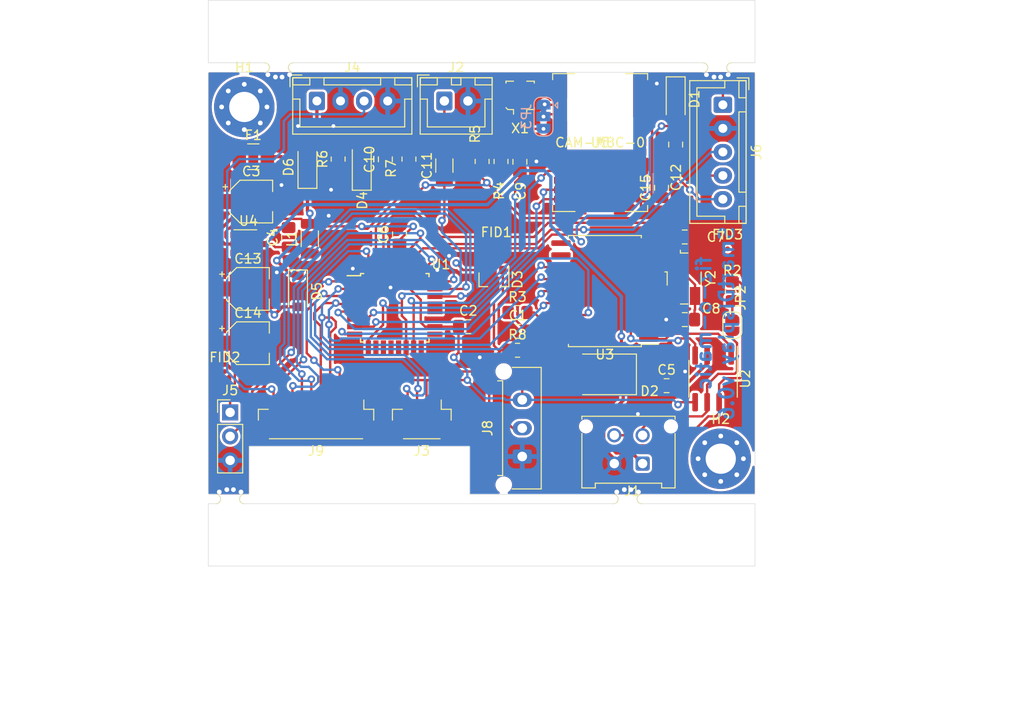
<source format=kicad_pcb>
(kicad_pcb (version 20221018) (generator pcbnew)
  (layers (0 "F.Cu" signal) (31 "B.Cu" signal) (34 "B.Paste" user) (35 "F.Paste" user) (36 "B.SilkS" user "B.Silkscreen") (37 "F.SilkS" user "F.Silkscreen") (38 "B.Mask" user) (39 "F.Mask" user) (44 "Edge.Cuts" user))
  (net 0 "")
  (net 1 "GND")
  (net 2 "Net-(U4-EN)")
  (net 3 "Net-(U4-SW)")
  (net 4 "SCK")
  (net 5 "MOSI")
  (net 6 "MISO")
  (net 7 "+5V")
  (net 8 "RESET")
  (net 9 "TXD")
  (net 10 "RXD")
  (net 11 "SCL")
  (net 12 "SDA")
  (net 13 "A3")
  (net 14 "A2")
  (net 15 "A1")
  (net 16 "A0")
  (net 17 "Net-(U4-BST)")
  (net 18 "Net-(U3-OSC1)")
  (net 19 "Net-(U3-OSC2)")
  (net 20 "KEY")
  (net 21 "+12V")
  (net 22 "Net-(J6-Pin_5)")
  (net 23 "Net-(D5-K)")
  (net 26 "INSTR.BEL")
  (net 27 "Net-(J2-Pin_1)")
  (net 28 "D22")
  (net 29 "D23")
  (net 30 "Net-(JP2-Pad1)")
  (net 31 "CANH")
  (net 32 "CANL")
  (net 33 "D24")
  (net 34 "D25")
  (net 35 "1WIRE")
  (net 36 "INT_CAN")
  (net 37 "SS")
  (net 38 "UPDI")
  (net 39 "Net-(U5-RF_OUT)")
  (net 40 "+3V3")
  (net 41 "Net-(U5-RF_IN)")
  (net 42 "Net-(X1-SIGNAL)")
  (net 43 "GPS_RXD")
  (net 44 "GPS_TXD")
  (net 45 "GPS_RESET")
  (net 46 "Net-(U3-~{RESET})")
  (net 47 "AREF")
  (net 50 "Net-(U2-TXD)")
  (net 51 "Net-(U2-RXD)")
  (net 67 "A4")
  (footprint "Capacitor_SMD:C_0805_2012Metric_Pad1.18x1.45mm_HandSolder" (layer "F.Cu") (at 119.29 43.5725 90)
    (fp_text reference "C12")
    (fp_text value "100n")
  )
  (footprint "Resistor_SMD:R_0805_2012Metric_Pad1.20x1.40mm_HandSolder" (layer "F.Cu") (at 102.54 65.36)
    (fp_text reference "R8")
    (fp_text value "4,7k")
  )
  (footprint "MountingHole:MountingHole_3.2mm_M3_Pad_Via" (layer "F.Cu") (at 73.6 39.589)
    (fp_text reference "H1")
    (fp_text value "MountingHole_Pad")
  )
  (footprint "Resistor_SMD:R_0805_2012Metric_Pad1.20x1.40mm_HandSolder" (layer "F.Cu") (at 102.54 61.36)
    (fp_text reference "R3")
    (fp_text value "10k")
  )
  (footprint "Capacitor_SMD:C_0805_2012Metric_Pad1.18x1.45mm_HandSolder" (layer "F.Cu") (at 88.54 45.135 90)
    (fp_text reference "C10")
    (fp_text value "100n")
  )
  (footprint "Capacitor_SMD:C_0805_2012Metric_Pad1.18x1.45mm_HandSolder" (layer "F.Cu") (at 90.04 53.0725 90)
    (fp_text reference "C6")
    (fp_text value "100n")
  )
  (footprint "Resistor_SMD:R_0805_2012Metric_Pad1.20x1.40mm_HandSolder" (layer "F.Cu") (at 98.79 45.36 -90)
    (fp_text reference "R5")
    (fp_text value "1k")
  )
  (footprint "Resistor_SMD:R_0805_2012Metric_Pad1.20x1.40mm_HandSolder" (layer "F.Cu") (at 83.54 45.11 90)
    (fp_text reference "R6")
    (fp_text value "15k")
  )
  (footprint "Diode_SMD:D_MiniMELF" (layer "F.Cu") (at 86.04 45.86 90)
    (fp_text reference "D4")
    (fp_text value "BZV55-C12")
  )
  (footprint "Diode_SMD:D_SMB" (layer "F.Cu") (at 111.582 67.91 180)
    (fp_text reference "D2")
    (fp_text value "SMBJ5.0CA")
  )
  (footprint "Crystal:Crystal_SMD_EuroQuartz_MJ-4Pin_5.0x3.2mm" (layer "F.Cu") (at 120.19 57.76 -90)
    (fp_text reference "Y2")
    (fp_text value "16MHz")
  )
  (footprint "Capacitor_SMD:C_0805_2012Metric_Pad1.18x1.45mm_HandSolder" (layer "F.Cu") (at 120.2525 62.11 180)
    (fp_text reference "C8")
    (fp_text value "22p")
  )
  (footprint "Jumper:SolderJumper-2_P1.3mm_Open_RoundedPad1.0x1.5mm" (layer "F.Cu") (at 125.29 62.71 -90)
    (fp_text reference "JP2")
    (fp_text value "Jumper_NC_Small")
  )
  (footprint "Capacitor_SMD:C_0805_2012Metric_Pad1.18x1.45mm_HandSolder" (layer "F.Cu") (at 118.3275 69.11)
    (fp_text reference "C5")
    (fp_text value "100n")
  )
  (footprint "Package_SO:SOIC-8_3.9x4.9mm_P1.27mm" (layer "F.Cu") (at 123.257 68.385 -90)
    (fp_text reference "U2")
    (fp_text value "MCP2562-E-SN")
  )
  (footprint "MountingHole:MountingHole_3.2mm_M3_Pad_Via" (layer "F.Cu") (at 124.065056 76.846056)
    (fp_text reference "H2")
    (fp_text value "MountingHole_Pad")
  )
  (footprint "Resistor_SMD:R_0805_2012Metric_Pad1.20x1.40mm_HandSolder" (layer "F.Cu") (at 125.29 59.11 90)
    (fp_text reference "R2")
    (fp_text value "120")
  )
  (footprint "Capacitor_SMD:C_0805_2012Metric_Pad1.18x1.45mm_HandSolder" (layer "F.Cu") (at 102.5775 63.36)
    (fp_text reference "C1")
    (fp_text value "100n")
  )
  (footprint "Connector_JST:JST_XH_B2B-XH-A_1x02_P2.50mm_Vertical" (layer "F.Cu") (at 94.79 38.954)
    (fp_text reference "J2")
    (fp_text value "KEY")
  )
  (footprint "Package_QFP:TQFP-32_7x7mm_P0.8mm" (layer "F.Cu") (at 89.54 60.86)
    (fp_text reference "U1")
    (fp_text value "ATmega4808-A")
  )
  (footprint "Capacitor_SMD:C_0805_2012Metric_Pad1.18x1.45mm_HandSolder" (layer "F.Cu") (at 97.3275 62.86)
    (fp_text reference "C2")
    (fp_text value "100n")
  )
  (footprint "Package_SO:SOIC-18W_7.5x11.6mm_P1.27mm" (layer "F.Cu") (at 111.79 59.09 180)
    (fp_text reference "U3")
    (fp_text value "MCP2515-xSO")
  )
  (footprint "Resistor_SMD:R_0805_2012Metric_Pad1.20x1.40mm_HandSolder" (layer "F.Cu") (at 91.04 45.11 90)
    (fp_text reference "R7")
    (fp_text value "4,7k")
  )
  (footprint "Fuse:Fuse_1210_3225Metric_Pad1.42x2.65mm_HandSolder" (layer "F.Cu") (at 74.5525 44.86)
    (fp_text reference "F1")
    (fp_text value "Polyfuse")
  )
  (footprint "Resistor_SMD:R_0805_2012Metric_Pad1.20x1.40mm_HandSolder" (layer "F.Cu") (at 100.79 45.36 -90)
    (fp_text reference "R4")
    (fp_text value "10k")
  )
  (footprint "Fiducial:Fiducial_0.5mm_Mask1mm" (layer "F.Cu") (at 71.54 67.61)
    (fp_text reference "FID2")
    (fp_text value "Fiducial")
  )
  (footprint "Fiducial:Fiducial_0.5mm_Mask1mm" (layer "F.Cu") (at 124.79 54.61)
    (fp_text reference "FID3")
    (fp_text value "Fiducial")
  )
  (footprint "Capacitor_SMD:CP_Elec_4x3.9" (layer "F.Cu") (at 74.34 49.61)
    (fp_text reference "C3")
    (fp_text value "22u")
  )
  (footprint "Capacitor_SMD:C_0805_2012Metric_Pad1.18x1.45mm_HandSolder" (layer "F.Cu") (at 78.29 53.3975 90)
    (fp_text reference "C4")
    (fp_text value "100n")
  )
  (footprint "Capacitor_SMD:CP_Elec_4x3.9" (layer "F.Cu") (at 73.99 58.86)
    (fp_text reference "C13")
    (fp_text value "22u")
  )
  (footprint "Capacitor_SMD:CP_Elec_4x3.9" (layer "F.Cu") (at 73.99 64.61)
    (fp_text reference "C14")
    (fp_text value "22u")
  )
  (footprint "Connector_JST:JST_XH_B5B-XH-A_1x05_P2.50mm_Vertical" (layer "F.Cu") (at 124.29 39.36 -90)
    (fp_text reference "J6")
    (fp_text value "PROG/SERIAL")
  )
  (footprint "Inductor_SMD:L_1206_3216Metric" (layer "F.Cu") (at 80.54 53.5475 90)
    (fp_text reference "L1")
    (fp_text value "4.7uH")
  )
  (footprint "Connector_Molex:Molex_Micro-Fit_3.0_43045-0412_2x02_P3.00mm_Vertical" (layer "F.Cu") (at 115.79 77.36 180)
    (fp_text reference "J1")
    (fp_text value "CAN")
  )
  (footprint "Connector_Molex:Molex_Micro-Fit_3.0_43650-0315_1x03_P3.00mm_Vertical" (layer "F.Cu") (at 103.04 76.61 90)
    (fp_text reference "J8")
    (fp_text value "Conn_01x03")
  )
  (footprint "Capacitor_SMD:C_0805_2012Metric_Pad1.18x1.45mm_HandSolder" (layer "F.Cu") (at 120.2525 53.36)
    (fp_text reference "C7")
    (fp_text value "22p")
  )
  (footprint "Connector_JST:JST_XH_B4B-XH-A_1x04_P2.50mm_Vertical" (layer "F.Cu") (at 81.29 38.954)
    (fp_text reference "J4")
    (fp_text value "PWR")
  )
  (footprint "Capacitor_SMD:C_1206_3216Metric_Pad1.33x1.80mm_HandSolder" (layer "F.Cu") (at 94.79 45.7975 90)
    (fp_text reference "C11")
    (fp_text value "1u")
  )
  (footprint "ublox_CAM_M8C:CAM-M8C-0" (layer "F.Cu") (at 111.29 43.36)
    (fp_text reference "U5")
    (fp_text value "CAM-M8C-0")
  )
  (footprint "Capacitor_SMD:C_0805_2012Metric_Pad1.18x1.45mm_HandSolder" (layer "F.Cu") (at 102.79 45.3975 90)
    (fp_text reference "C9")
    (fp_text value "100n")
  )
  (footprint "Package_TO_SOT_SMD:TSOT-23-6" (layer "F.Cu") (at 74.04 54.11)
    (fp_text reference "U4")
    (fp_text value "AP63203WU")
  )
  (footprint "Capacitor_SMD:C_0805_2012Metric_Pad1.18x1.45mm_HandSolder" (layer "F.Cu") (at 117.79 48.1475 90)
    (fp_text reference "C15")
    (fp_text value "100n")
  )
  (footprint "Connector_Coaxial:U.FL_Molex_MCRF_73412-0110_Vertical" (layer "F.Cu") (at 102.815 38.36)
    (fp_text reference "X1")
    (fp_text value "ANTENNA_U.FL")
  )
  (footprint "Fiducial:Fiducial_0.5mm_Mask1mm" (layer "F.Cu") (at 100.29 51.36 180)
    (fp_text reference "FID1")
    (fp_text value "Fiducial")
  )
  (footprint "Package_TO_SOT_SMD:SOT-23" (layer "F.Cu") (at 100.04 57.86 -90)
    (fp_text reference "D3")
    (fp_text value "SP0502BAHT")
  )
  (footprint "Diode_SMD:D_SOD-123" (layer "F.Cu") (at 79.29 59.11 -90)
    (fp_text reference "D5")
    (fp_text value "1N4148W")
  )
  (footprint "Diode_SMD:D_SOD-123" (layer "F.Cu") (at 80.29 45.96 90)
    (fp_text reference "D6")
    (fp_text value "1N4148W")
  )
  (footprint "fiz-o-matic:mouse-bite-1mm-slot" (layer "F.Cu") (at 72.1 81.12 180)
    (fp_text reference "mouse-bite-1mm-slot" hide)
    (fp_text value "VAL**" hide)
  )
  (footprint "Connector_JST:JST_SH_BM10B-SRSS-TB_1x10-1MP_P1.00mm_Vertical" (layer "F.Cu") (at 81.2 72.72 180)
    (fp_text reference "J9")
    (fp_text value "Conn_01x10_MountingPin")
  )
  (footprint "Connector_JST:JST_SH_BM04B-SRSS-TB_1x04-1MP_P1.00mm_Vertical" (layer "F.Cu") (at 92.4 72.72 180)
    (fp_text reference "J3")
    (fp_text value "Conn_01x04_MountingPin")
  )
  (footprint "Diode_SMD:D_SOD-123" (layer "F.Cu") (at 119.29 38.76 -90)
    (fp_text reference "D1")
    (fp_text value "1N4148W")
  )
  (footprint "fiz-o-matic:mouse-bite-1mm-slot" (layer "F.Cu") (at 77.25 35.42)
    (fp_text reference "mouse-bite-1mm-slot" hide)
    (fp_text value "VAL**" hide)
  )
  (footprint "Connector_PinHeader_2.54mm:PinHeader_1x03_P2.54mm_Vertical" (layer "F.Cu") (at 72.1 71.94)
    (fp_text reference "J5")
    (fp_text value "Conn_01x03")
  )
  (footprint "fiz-o-matic:mouse-bite-1mm-slot" (layer "F.Cu") (at 123.7 35.42)
    (fp_text reference "mouse-bite-1mm-slot" hide)
    (fp_text value "VAL**" hide)
  )
  (footprint "fiz-o-matic:mouse-bite-1mm-slot" (layer "F.Cu") (at 114.2 81.12 180)
    (fp_text reference "mouse-bite-1mm-slot" hide)
    (fp_text value "VAL**" hide)
  )
  (footprint "Jumper:SolderJumper-3_P1.3mm_Bridged12_RoundedPad1.0x1.5mm" (layer "B.Cu") (at 105.29 40.61 -90)
    (fp_text reference "JP3")
    (fp_text value "Jumper_NC_Dual")
  )
  (gr_line (start 97.476 80.61) (end 112.69 80.61) (stroke (width 0.05)) (layer "Edge.Cuts"))
  (gr_line (start 74.108 75.53) (end 97.476 75.53) (stroke (width 0.05)) (layer "Edge.Cuts"))
  (gr_line (start 127.69 80.61) (end 127.69 35.91) (stroke (width 0.05)) (layer "Edge.Cuts"))
  (gr_line (start 74.108 75.53) (end 74.108 80.61) (stroke (width 0.05)) (layer "Edge.Cuts"))
  (gr_line (start 69.79 80.61) (end 69.79 35.91) (stroke (width 0.05)) (layer "Edge.Cuts"))
  (gr_line (start 97.476 75.53) (end 97.476 80.61) (stroke (width 0.05)) (layer "Edge.Cuts"))
  (gr_arc (start 122.19 34.91) (mid 122.69 35.41) (end 122.19 35.91) (stroke (width 0.05)) (layer "Edge.Cuts"))
  (gr_line (start 73.59 80.61) (end 74.108 80.61) (stroke (width 0.05)) (layer "Edge.Cuts"))
  (gr_line (start 115.69 81.61) (end 127.69 81.61) (stroke (width 0.05)) (layer "Edge.Cuts"))
  (gr_line (start 75.79 34.91) (end 69.79 34.91) (stroke (width 0.05)) (layer "Edge.Cuts"))
  (gr_line (start 127.69 81.61) (end 127.69 88.21) (stroke (width 0.05)) (layer "Edge.Cuts"))
  (gr_arc (start 125.19 35.91) (mid 124.69 35.41) (end 125.19 34.91) (stroke (width 0.05)) (layer "Edge.Cuts"))
  (gr_line (start 125.19 34.91) (end 127.69 34.91) (stroke (width 0.05)) (layer "Edge.Cuts"))
  (gr_line (start 78.79 35.91) (end 122.19 35.91) (stroke (width 0.05)) (layer "Edge.Cuts"))
  (gr_line (start 127.69 88.21) (end 69.79 88.21) (stroke (width 0.05)) (layer "Edge.Cuts"))
  (gr_line (start 69.79 81.61) (end 69.79 88.21) (stroke (width 0.05)) (layer "Edge.Cuts"))
  (gr_line (start 125.19 35.91) (end 127.69 35.91) (stroke (width 0.05)) (layer "Edge.Cuts"))
  (gr_line (start 69.79 35.91) (end 75.79 35.91) (stroke (width 0.05)) (layer "Edge.Cuts"))
  (gr_arc (start 115.69 81.61) (mid 115.19 81.11) (end 115.69 80.61) (stroke (width 0.05)) (layer "Edge.Cuts"))
  (gr_arc (start 78.79 35.91) (mid 78.29 35.41) (end 78.79 34.91) (stroke (width 0.05)) (layer "Edge.Cuts"))
  (gr_line (start 69.79 28.31) (end 127.69 28.31) (stroke (width 0.05)) (layer "Edge.Cuts"))
  (gr_line (start 69.79 80.61) (end 70.59 80.61) (stroke (width 0.05)) (layer "Edge.Cuts"))
  (gr_line (start 127.69 34.91) (end 127.69 28.31) (stroke (width 0.05)) (layer "Edge.Cuts"))
  (gr_line (start 73.59 81.61) (end 112.69 81.61) (stroke (width 0.05)) (layer "Edge.Cuts"))
  (gr_arc (start 70.59 80.61) (mid 71.09 81.11) (end 70.59 81.61) (stroke (width 0.05)) (layer "Edge.Cuts"))
  (gr_arc (start 112.69 80.61) (mid 113.19 81.11) (end 112.69 81.61) (stroke (width 0.05)) (layer "Edge.Cuts"))
  (gr_arc (start 73.59 81.61) (mid 73.09 81.11) (end 73.59 80.61) (stroke (width 0.05)) (layer "Edge.Cuts"))
  (gr_arc (start 75.79 34.91) (mid 76.29 35.41) (end 75.79 35.91) (stroke (width 0.05)) (layer "Edge.Cuts"))
  (gr_line (start 70.59 81.61) (end 69.79 81.61) (stroke (width 0.05)) (layer "Edge.Cuts"))
  (gr_line (start 122.19 34.91) (end 78.79 34.91) (stroke (width 0.05)) (layer "Edge.Cuts"))
  (gr_line (start 69.79 34.91) (end 69.79 28.31) (stroke (width 0.05)) (layer "Edge.Cuts"))
  (gr_line (start 115.69 80.61) (end 127.69 80.61) (stroke (width 0.05)) (layer "Edge.Cuts"))
  (gr_text "fiz-o-matic\nSmartDisplay v0.6" (at 123.49 62.51 90) (layer "B.Cu") (effects (font (size 1.5 1.5) (thickness 0.3)) (justify mirror)))
  (via (at 77.04 57.11) (size 0.8) (drill 0.4) (layers "F.Cu" "B.Cu") (net 1))
  (via (at 85.09 56.71) (size 0.8) (drill 0.4) (layers "F.Cu" "B.Cu") (net 1))
  (via (at 95.29 55.36) (size 0.8) (drill 0.4) (layers "F.Cu" "B.Cu") (net 1))
  (via (at 83.04 41.61) (size 0.8) (drill 0.4) (layers "F.Cu" "B.Cu") (net 1))
  (via (at 120.29 67.61) (size 0.8) (drill 0.4) (layers "F.Cu" "B.Cu") (net 1))
  (via (at 118.29 62.11) (size 0.8) (drill 0.4) (layers "F.Cu" "B.Cu") (net 1))
  (via (at 104.54 45.36) (size 0.8) (drill 0.4) (layers "F.Cu" "B.Cu") (net 1))
  (via (at 103.04 47.86) (size 0.8) (drill 0.4) (layers "F.Cu" "B.Cu") (net 1))
  (via (at 94.04 56.86) (size 0.8) (drill 0.4) (layers "F.Cu" "B.Cu") (net 1))
  (via (at 117.29 37.11) (size 0.8) (drill 0.4) (layers "F.Cu" "B.Cu") (net 1))
  (via (at 82.54 51.11) (size 0.8) (drill 0.4) (layers "F.Cu" "B.Cu") (net 1))
  (via (at 77.54 47.86) (size 0.8) (drill 0.4) (layers "F.Cu" "B.Cu") (net 1))
  (via (at 82.79 48.36) (size 0.8) (drill 0.4) (layers "F.Cu" "B.Cu") (net 1))
  (via (at 79.29 41.61) (size 0.8) (drill 0.4) (layers "F.Cu" "B.Cu") (net 1))
  (via (at 115.29 72.11) (size 0.8) (drill 0.4) (layers "F.Cu" "B.Cu") (net 1))
  (via (at 98.54 66.11) (size 0.8) (drill 0.4) (layers "F.Cu" "B.Cu") (net 1))
  (via (at 89.09 58.71) (size 0.8) (drill 0.4) (layers "F.Cu" "B.Cu") (net 1))
  (segment (start 89.134 39.766) (end 89.134 38.954) (width 0.25) (layer "B.Cu") (net 1))
  (segment (start 72.54 51.11) (end 72.54 49.61) (width 0.35) (layer "F.Cu") (net 2))
  (segment (start 72.73 54.11) (end 72.73 55.06) (width 0.35) (layer "F.Cu") (net 2))
  (segment (start 71.54 54.11) (end 71.04 53.61) (width 0.35) (layer "F.Cu") (net 2))
  (segment (start 71.04 52.61) (end 72.54 51.11) (width 0.35) (layer "F.Cu") (net 2))
  (segment (start 73.065 46.835) (end 72.54 47.36) (width 0.35) (layer "F.Cu") (net 2))
  (segment (start 73.065 44.86) (end 73.065 46.835) (width 0.35) (layer "F.Cu") (net 2))
  (segment (start 71.04 53.61) (end 71.04 52.61) (width 0.35) (layer "F.Cu") (net 2))
  (segment (start 72.73 54.11) (end 71.54 54.11) (width 0.35) (layer "F.Cu") (net 2))
  (segment (start 72.54 47.36) (end 72.54 49.61) (width 0.35) (layer "F.Cu") (net 2))
  (segment (start 76.54 54.11) (end 76.865 54.435) (width 0.25) (layer "F.Cu") (net 3))
  (segment (start 79.365 54.435) (end 79.54 54.61) (width 0.25) (layer "F.Cu") (net 3))
  (segment (start 78.29 54.435) (end 79.365 54.435) (width 0.25) (layer "F.Cu") (net 3))
  (segment (start 75.35 54.11) (end 76.54 54.11) (width 0.25) (layer "F.Cu") (net 3))
  (segment (start 79.54 54.61) (end 80.54 54.61) (width 0.25) (layer "F.Cu") (net 3))
  (segment (start 76.865 54.435) (end 78.29 54.435) (width 0.25) (layer "F.Cu") (net 3))
  (segment (start 82.06 60.36) (end 83.29 60.36) (width 0.25) (layer "F.Cu") (net 4))
  (segment (start 81.7 71.395) (end 81.7 62.795305) (width 0.25) (layer "F.Cu") (net 4))
  (segment (start 81 62.095305) (end 81 61.42) (width 0.25) (layer "F.Cu") (net 4))
  (segment (start 83.39 60.46) (end 83.29 60.36) (width 0.25) (layer "F.Cu") (net 4))
  (segment (start 81 61.42) (end 82.06 60.36) (width 0.25) (layer "F.Cu") (net 4))
  (segment (start 81.7 62.795305) (end 81 62.095305) (width 0.25) (layer "F.Cu") (net 4))
  (segment (start 107.14 57.82) (end 105.25 57.82) (width 0.25) (layer "F.Cu") (net 4))
  (segment (start 85.29 60.46) (end 83.39 60.46) (width 0.25) (layer "F.Cu") (net 4))
  (segment (start 105.25 57.82) (end 105.04 57.61) (width 0.25) (layer "F.Cu") (net 4))
  (via (at 105.04 57.61) (size 0.8) (drill 0.4) (layers "F.Cu" "B.Cu") (net 4))
  (via (at 83.29 60.36) (size 0.8) (drill 0.4) (layers "F.Cu" "B.Cu") (net 4))
  (via (at 82.564999 62.634999) (size 0.8) (drill 0.4) (layers "F.Cu" "B.Cu") (net 4))
  (segment (start 82.941999 64.335001) (end 82.564999 63.958001) (width 0.25) (layer "B.Cu") (net 4))
  (segment (start 82.564999 62.835001) (end 82.564999 62.634999) (width 0.25) (layer "B.Cu") (net 4))
  (segment (start 83.863002 64.11) (end 83.638001 64.335001) (width 0.25) (layer "B.Cu") (net 4))
  (segment (start 105.04 57.61) (end 98.54 64.11) (width 0.25) (layer "B.Cu") (net 4))
  (segment (start 82.564999 63.958001) (end 82.564999 62.835001) (width 0.25) (layer "B.Cu") (net 4))
  (segment (start 82.564999 62.634999) (end 82.564999 61.085001) (width 0.25) (layer "B.Cu") (net 4))
  (segment (start 83.638001 64.335001) (end 82.941999 64.335001) (width 0.25) (layer "B.Cu") (net 4))
  (segment (start 98.54 64.11) (end 83.863002 64.11) (width 0.25) (layer "B.Cu") (net 4))
  (segment (start 82.564999 61.085001) (end 83.29 60.36) (width 0.25) (layer "B.Cu") (net 4))
  (segment (start 107.14 59.09) (end 105.31 59.09) (width 0.25) (layer "F.Cu") (net 5))
  (segment (start 105.31 59.09) (end 105.04 59.36) (width 0.25) (layer "F.Cu") (net 5))
  (segment (start 82.848769 61.893464) (end 81.823464 61.893464) (width 0.25) (layer "F.Cu") (net 5))
  (segment (start 82.7 71.395) (end 82.7 63.525303) (width 0.25) (layer "F.Cu") (net 5))
  (segment (start 83.289999 62.935304) (end 83.289999 62.334694) (width 0.25) (layer "F.Cu") (net 5))
  (segment (start 83.289999 62.334694) (end 82.848769 61.893464) (width 0.25) (layer "F.Cu") (net 5))
  (segment (start 83.54 58.86) (end 85.29 58.86) (width 0.25) (layer "F.Cu") (net 5))
  (segment (start 82.7 63.525303) (end 83.289999 62.935304) (width 0.25) (layer "F.Cu") (net 5))
  (via (at 81.823464 61.893464) (size 0.8) (drill 0.4) (layers "F.Cu" "B.Cu") (net 5))
  (via (at 105.04 59.36) (size 0.8) (drill 0.4) (layers "F.Cu" "B.Cu") (net 5))
  (via (at 83.54 58.86) (size 0.8) (drill 0.4) (layers "F.Cu" "B.Cu") (net 5))
  (segment (start 81.823464 61.893464) (end 81.823464 60.576536) (width 0.25) (layer "B.Cu") (net 5))
  (segment (start 81.823464 62.164085) (end 81.823464 63.852876) (width 0.25) (layer "B.Cu") (net 5))
  (segment (start 82.114989 60.285011) (end 83.54 58.86) (width 0.25) (layer "B.Cu") (net 5))
  (segment (start 81.823464 63.852876) (end 82.755599 64.785011) (width 0.25) (layer "B.Cu") (net 5))
  (segment (start 82.755599 64.785011) (end 99.614989 64.785011) (width 0.25) (layer "B.Cu") (net 5))
  (segment (start 81.823464 62.164085) (end 81.823464 61.893464) (width 0.25) (layer "B.Cu") (net 5))
  (segment (start 105.04 59.36) (end 99.614989 64.785011) (width 0.25) (layer "B.Cu") (net 5))
  (segment (start 81.823464 60.576536) (end 82.114989 60.285011) (width 0.25) (layer "B.Cu") (net 5))
  (segment (start 82.027347 59.347347) (end 82.29 59.61) (width 0.25) (layer "F.Cu") (net 6))
  (segment (start 83.5 67.42) (end 83.7 67.62) (width 0.25) (layer "F.Cu") (net 6))
  (segment (start 105.54 60.36) (end 105.29 60.61) (width 0.25) (layer "F.Cu") (net 6))
  (segment (start 82.29 59.61) (end 85.24 59.61) (width 0.25) (layer "F.Cu") (net 6))
  (segment (start 85.24 59.61) (end 85.29 59.66) (width 0.25) (layer "F.Cu") (net 6))
  (segment (start 80.215 65.6595) (end 80.9755 66.42) (width 0.25) (layer "F.Cu") (net 6))
  (segment (start 82.027347 59.347347) (end 80.215 61.159694) (width 0.25) (layer "F.Cu") (net 6))
  (segment (start 107.14 60.36) (end 105.54 60.36) (width 0.25) (layer "F.Cu") (net 6))
  (segment (start 80.215 61.159694) (end 80.215 65.6595) (width 0.25) (layer "F.Cu") (net 6))
  (segment (start 83.7 67.62) (end 83.7 71.395) (width 0.25) (layer "F.Cu") (net 6))
  (via (at 82.027347 59.347347) (size 0.8) (drill 0.4) (layers "F.Cu" "B.Cu") (net 6))
  (via (at 83.5 67.42) (size 0.8) (drill 0.4) (layers "F.Cu" "B.Cu") (net 6))
  (via (at 105.29 60.61) (size 0.8) (drill 0.4) (layers "F.Cu" "B.Cu") (net 6))
  (via (at 80.9755 66.42) (size 0.8) (drill 0.4) (layers "F.Cu" "B.Cu") (net 6))
  (segment (start 81.098463 60.301537) (end 82.027347 59.372653) (width 0.25) (layer "B.Cu") (net 6))
  (segment (start 82.569197 65.235019) (end 81.098463 63.764285) (width 0.25) (layer "B.Cu") (net 6))
  (segment (start 105.29 60.61) (end 100.664981 65.235019) (width 0.25) (layer "B.Cu") (net 6))
  (segment (start 81.098463 63.764285) (end 81.098463 60.301537) (width 0.25) (layer "B.Cu") (net 6))
  (segment (start 82.027347 59.372653) (end 82.027347 59.347347) (width 0.25) (layer "B.Cu") (net 6))
  (segment (start 80.9755 66.42) (end 81.9755 67.42) (width 0.25) (layer "B.Cu") (net 6))
  (segment (start 81.9755 67.42) (end 83.5 67.42) (width 0.25) (layer "B.Cu") (net 6))
  (segment (start 100.664981 65.235019) (end 82.569197 65.235019) (width 0.25) (layer "B.Cu") (net 6))
  (segment (start 122.622 66.778) (end 120.29 69.11) (width 0.35) (layer "F.Cu") (net 7))
  (segment (start 122.622 65.91) (end 122.622 66.778) (width 0.35) (layer "F.Cu") (net 7))
  (segment (start 120.29 69.11) (end 119.365 69.11) (width 0.35) (layer "F.Cu") (net 7))
  (segment (start 119.365 68.185) (end 119.365 69.11) (width 0.35) (layer "F.Cu") (net 7))
  (segment (start 113.732 67.91) (end 114.49 67.91) (width 0.35) (layer "F.Cu") (net 7))
  (segment (start 111.664999 74.900001) (end 111.664999 72.735001) (width 0.35) (layer "F.Cu") (net 7))
  (segment (start 77.64 60.76) (end 77.29 61.11) (width 0.35) (layer "F.Cu") (net 7))
  (segment (start 119.09 67.91) (end 119.365 68.185) (width 0.35) (layer "F.Cu") (net 7))
  (segment (start 112.999997 76.234999) (end 111.664999 74.900001) (width 0.35) (layer "F.Cu") (net 7))
  (segment (start 111.664999 72.735001) (end 113.732 70.668) (width 0.35) (layer "F.Cu") (net 7))
  (segment (start 114.664999 76.234999) (end 112.999997 76.234999) (width 0.35) (layer "F.Cu") (net 7))
  (segment (start 113.54 67.718) (end 113.732 67.91) (width 0.35) (layer "F.Cu") (net 7))
  (segment (start 115.79 77.36) (end 114.664999 76.234999) (width 0.35) (layer "F.Cu") (net 7))
  (segment (start 79.29 60.76) (end 77.64 60.76) (width 0.35) (layer "F.Cu") (net 7))
  (segment (start 113.732 70.668) (end 113.732 67.91) (width 0.35) (layer "F.Cu") (net 7))
  (segment (start 113.732 67.91) (end 119.09 67.91) (width 0.35) (layer "F.Cu") (net 7))
  (segment (start 77.29 61.11) (end 76.79 61.61) (width 0.35) (layer "F.Cu") (net 7))
  (segment (start 113.54 63.86) (end 113.54 67.718) (width 0.35) (layer "F.Cu") (net 7))
  (via (at 113.54 63.86) (size 0.8) (drill 0.4) (layers "F.Cu" "B.Cu") (net 7))
  (via (at 76.79 61.61) (size 0.8) (drill 0.4) (layers "F.Cu" "B.Cu") (net 7))
  (segment (start 79.98552 49.934981) (end 98.614981 49.934981) (width 0.35) (layer "B.Cu") (net 7))
  (segment (start 106.065001 52.177881) (end 113.54 59.65288) (width 0.35) (layer "B.Cu") (net 7))
  (segment (start 99.364981 49.934981) (end 102.964963 46.334999) (width 0.35) (layer "B.Cu") (net 7))
  (segment (start 106.065001 46.987999) (end 106.065001 52.177881) (width 0.35) (layer "B.Cu") (net 7))
  (segment (start 76.014999 53.905502) (end 79.98552 49.934981) (width 0.35) (layer "B.Cu") (net 7))
  (segment (start 98.614981 49.934981) (end 99.364981 49.934981) (width 0.35) (layer "B.Cu") (net 7))
  (segment (start 113.54 59.65288) (end 113.54 63.86) (width 0.35) (layer "B.Cu") (net 7))
  (segment (start 105.412001 46.334999) (end 106.065001 46.987999) (width 0.35) (layer "B.Cu") (net 7))
  (segment (start 76.79 61.61) (end 76.014999 60.834999) (width 0.35) (layer "B.Cu") (net 7))
  (segment (start 76.014999 60.834999) (end 76.014999 53.905502) (width 0.35) (layer "B.Cu") (net 7))
  (segment (start 102.964963 46.334999) (end 105.412001 46.334999) (width 0.35) (layer "B.Cu") (net 7))
  (segment (start 108.54 53.11) (end 109.29 53.86) (width 0.25) (layer "F.Cu") (net 8))
  (segment (start 92.53999 54.56001) (end 94.3536 54.56001) (width 0.25) (layer "F.Cu") (net 8))
  (segment (start 91.54 56.61) (end 91.54 55.56) (width 0.25) (layer "F.Cu") (net 8))
  (segment (start 91.54 55.56) (end 92.53999 54.56001) (width 0.25) (layer "F.Cu") (net 8))
  (segment (start 99.54 54.56001) (end 104.726401 54.560009) (width 0.25) (layer "F.Cu") (net 8))
  (segment (start 119.29 41.61) (end 119.29 40.41) (width 0.25) (layer "F.Cu") (net 8))
  (segment (start 106.17641 53.11) (end 108.54 53.11) (width 0.25) (layer "F.Cu") (net 8))
  (segment (start 104.726401 54.560009) (end 106.17641 53.11) (width 0.25) (layer "F.Cu") (net 8))
  (segment (start 94.3536 54.56001) (end 99.54 54.56001) (width 0.25) (layer "F.Cu") (net 8))
  (segment (start 119.29 42.535) (end 119.29 41.61) (width 0.25) (layer "F.Cu") (net 8))
  (segment (start 117.79 41.61) (end 119.29 41.61) (width 0.25) (layer "F.Cu") (net 8))
  (via (at 117.79 41.61) (size 0.8) (drill 0.4) (layers "F.Cu" "B.Cu") (net 8))
  (via (at 109.29 53.86) (size 0.8) (drill 0.4) (layers "F.Cu" "B.Cu") (net 8))
  (segment (start 116.54 48.61) (end 116.54 42.86) (width 0.25) (layer "B.Cu") (net 8))
  (segment (start 114.04 51.11) (end 116.54 48.61) (width 0.25) (layer "B.Cu") (net 8))
  (segment (start 116.54 42.86) (end 117.79 41.61) (width 0.25) (layer "B.Cu") (net 8))
  (segment (start 109.29 53.86) (end 108.814999 53.384999) (width 0.25) (layer "B.Cu") (net 8))
  (segment (start 108.814999 53.384999) (end 108.814999 52.236999) (width 0.25) (layer "B.Cu") (net 8))
  (segment (start 109.941998 51.11) (end 114.04 51.11) (width 0.25) (layer "B.Cu") (net 8))
  (segment (start 108.814999 52.236999) (end 109.941998 51.11) (width 0.25) (layer "B.Cu") (net 8))
  (segment (start 94.54 54.11) (end 104.54 54.11) (width 0.25) (layer "F.Cu") (net 9))
  (segment (start 91.55249 51.12249) (end 94.54 54.11) (width 0.25) (layer "F.Cu") (net 9))
  (segment (start 88.34 56.61) (end 88.34 52.10931) (width 0.25) (layer "F.Cu") (net 9))
  (segment (start 104.54 54.11) (end 106.065 52.585) (width 0.25) (layer "F.Cu") (net 9))
  (segment (start 88.34 52.10931) (end 89.32682 51.12249) (width 0.25) (layer "F.Cu") (net 9))
  (segment (start 106.065 52.585) (end 109.54 52.585) (width 0.25) (layer "F.Cu") (net 9))
  (segment (start 89.32682 51.12249) (end 91.55249 51.12249) (width 0.25) (layer "F.Cu") (net 9))
  (via (at 109.54 52.585) (size 0.8) (drill 0.4) (layers "F.Cu" "B.Cu") (net 9))
  (segment (start 123.04 44.36) (end 124.29 44.36) (width 0.25) (layer "B.Cu") (net 9))
  (segment (start 114.815 52.585) (end 123.04 44.36) (width 0.25) (layer "B.Cu") (net 9))
  (segment (start 109.54 52.585) (end 114.815 52.585) (width 0.25) (layer "B.Cu") (net 9))
  (segment (start 87.54 52.2729) (end 89.14042 50.67248) (width 0.25) (layer "F.Cu") (net 10))
  (segment (start 87.54 56.61) (end 87.54 52.2729) (width 0.25) (layer "F.Cu") (net 10))
  (segment (start 105.79 51.86) (end 119.79 51.86) (width 0.25) (layer "F.Cu") (net 10))
  (segment (start 121.54 48.11) (end 122.79 46.86) (width 0.25) (layer "F.Cu") (net 10))
  (segment (start 122.79 46.86) (end 124.29 46.86) (width 0.25) (layer "F.Cu") (net 10))
  (segment (start 89.14042 50.67248) (end 91.738891 50.672481) (width 0.25) (layer "F.Cu") (net 10))
  (segment (start 94.42641 53.36) (end 104.29 53.36) (width 0.25) (layer "F.Cu") (net 10))
  (segment (start 91.738891 50.672481) (end 94.42641 53.36) (width 0.25) (layer "F.Cu") (net 10))
  (segment (start 119.79 51.86) (end 121.54 50.11) (width 0.25) (layer "F.Cu") (net 10))
  (segment (start 104.29 53.36) (end 105.79 51.86) (width 0.25) (layer "F.Cu") (net 10))
  (segment (start 121.54 50.11) (end 121.54 48.11) (width 0.25) (layer "F.Cu") (net 10))
  (segment (start 90.9 69.52) (end 90.8 69.42) (width 0.25) (layer "F.Cu") (net 11))
  (segment (start 90.9 71.395) (end 90.9 69.52) (width 0.25) (layer "F.Cu") (net 11))
  (segment (start 85.29 58.06) (end 82.59 58.06) (width 0.25) (layer "F.Cu") (net 11))
  (segment (start 82.59 58.06) (end 82.54 58.11) (width 0.25) (layer "F.Cu") (net 11))
  (via (at 90.8 69.42) (size 0.8) (drill 0.4) (layers "F.Cu" "B.Cu") (net 11))
  (via (at 82.54 58.11) (size 0.8) (drill 0.4) (layers "F.Cu" "B.Cu") (net 11))
  (segment (start 90.8 69.42) (end 91.525 70.145) (width 0.25) (layer "B.Cu") (net 11))
  (segment (start 80.648453 59.435862) (end 81.974315 58.11) (width 0.25) (layer "B.Cu") (net 11))
  (segment (start 82.557768 65.86) (end 80.648453 63.950685) (width 0.25) (layer "B.Cu") (net 11))
  (segment (start 90.6 65.86) (end 82.557768 65.86) (width 0.25) (layer "B.Cu") (net 11))
  (segment (start 91.525 70.145) (end 92.475 70.145) (width 0.25) (layer "B.Cu") (net 11))
  (segment (start 92.475 70.145) (end 92.725 69.895) (width 0.25) (layer "B.Cu") (net 11))
  (segment (start 92.725 69.895) (end 92.725 67.985) (width 0.25) (layer "B.Cu") (net 11))
  (segment (start 92.725 67.985) (end 90.6 65.86) (width 0.25) (layer "B.Cu") (net 11))
  (segment (start 81.974315 58.11) (end 82.54 58.11) (width 0.25) (layer "B.Cu") (net 11))
  (segment (start 80.648453 63.950685) (end 80.648453 59.435862) (width 0.25) (layer "B.Cu") (net 11))
  (segment (start 86.74 55.06) (end 86.54 54.86) (width 0.25) (layer "F.Cu") (net 12))
  (segment (start 86.74 56.61) (end 86.74 55.06) (width 0.25) (layer "F.Cu") (net 12))
  (segment (start 91.9 71.395) (end 91.9 69.52) (width 0.25) (layer "F.Cu") (net 12))
  (segment (start 91.9 69.52) (end 92 69.42) (width 0.25) (layer "F.Cu") (net 12))
  (via (at 92 69.42) (size 0.8) (drill 0.4) (layers "F.Cu" "B.Cu") (net 12))
  (via (at 86.54 54.86) (size 0.8) (drill 0.4) (layers "F.Cu" "B.Cu") (net 12))
  (segment (start 90.4 66.31001) (end 82.371368 66.31001) (width 0.25) (layer "B.Cu") (net 12))
  (segment (start 92 69.42) (end 92 67.91001) (width 0.25) (layer "B.Cu") (net 12))
  (segment (start 82.371368 66.31001) (end 80.198444 64.137086) (width 0.25) (layer "B.Cu") (net 12))
  (segment (start 84.587907 54.86) (end 86.54 54.86) (width 0.25) (layer "B.Cu") (net 12))
  (segment (start 80.198444 64.137086) (end 80.198444 59.249463) (width 0.25) (layer "B.Cu") (net 12))
  (segment (start 92 67.91001) (end 90.4 66.31001) (width 0.25) (layer "B.Cu") (net 12))
  (segment (start 80.198444 59.249463) (end 84.587907 54.86) (width 0.25) (layer "B.Cu") (net 12))
  (segment (start 76.79 52.36) (end 78.29 52.36) (width 0.25) (layer "F.Cu") (net 17))
  (segment (start 75.35 53.16) (end 75.99 53.16) (width 0.25) (layer "F.Cu") (net 17))
  (segment (start 75.99 53.16) (end 76.79 52.36) (width 0.25) (layer "F.Cu") (net 17))
  (segment (start 119.215 53.36) (end 119.215 54.435) (width 0.25) (layer "F.Cu") (net 18))
  (segment (start 116.44 55.28) (end 117.71 55.28) (width 0.25) (layer "F.Cu") (net 18))
  (segment (start 117.71 55.28) (end 118.34 55.91) (width 0.25) (layer "F.Cu") (net 18))
  (segment (start 118.34 55.91) (end 119.04 55.91) (width 0.25) (layer "F.Cu") (net 18))
  (segment (start 119.215 54.435) (end 119.04 54.61) (width 0.25) (layer "F.Cu") (net 18))
  (segment (start 119.04 54.61) (end 119.04 55.91) (width 0.25) (layer "F.Cu") (net 18))
  (segment (start 120.54 57.61) (end 121.34 58.41) (width 0.25) (layer "F.Cu") (net 19))
  (segment (start 121.34 61.06) (end 121.29 61.11) (width 0.25) (layer "F.Cu") (net 19))
  (segment (start 121.34 58.41) (end 121.34 59.61) (width 0.25) (layer "F.Cu") (net 19))
  (segment (start 118.654998 57.61) (end 120.54 57.61) (width 0.25) (layer "F.Cu") (net 19))
  (segment (start 121.29 61.11) (end 121.29 62.11) (width 0.25) (layer "F.Cu") (net 19))
  (segment (start 117.594998 56.55) (end 118.654998 57.61) (width 0.25) (layer "F.Cu") (net 19))
  (segment (start 116.44 56.55) (end 117.594998 56.55) (width 0.25) (layer "F.Cu") (net 19))
  (segment (start 121.34 59.61) (end 121.34 61.06) (width 0.25) (layer "F.Cu") (net 19))
  (segment (start 102.29 47.584695) (end 102.29 49.11) (width 0.25) (layer "F.Cu") (net 20))
  (segment (start 102.79 47.084695) (end 102.29 47.584695) (width 0.25) (layer "F.Cu") (net 20))
  (segment (start 102.79 46.435) (end 100.865 46.435) (width 0.25) (layer "F.Cu") (net 20))
  (segment (start 91.54 65.11) (end 91.54 60.36) (width 0.25) (layer "F.Cu") (net 20))
  (segment (start 91.54 60.36) (end 91.29 60.11) (width 0.25) (layer "F.Cu") (net 20))
  (segment (start 100.865 46.435) (end 100.79 46.36) (width 0.25) (layer "F.Cu") (net 20))
  (segment (start 102.79 46.435) (end 102.79 47.084695) (width 0.25) (layer "F.Cu") (net 20))
  (via (at 102.29 49.11) (size 0.8) (drill 0.4) (layers "F.Cu" "B.Cu") (net 20))
  (via (at 91.29 60.11) (size 0.8) (drill 0.4) (layers "F.Cu" "B.Cu") (net 20))
  (segment (start 91.29 60.11) (end 91.515 60.335) (width 0.25) (layer "B.Cu") (net 20))
  (segment (start 91.515 60.335) (end 97.405812 60.335) (width 0.25) (layer "B.Cu") (net 20))
  (segment (start 102.29 55.450812) (end 102.29 49.11) (width 0.25) (layer "B.Cu") (net 20))
  (segment (start 97.405812 60.335) (end 102.29 55.450812) (width 0.25) (layer "B.Cu") (net 20))
  (segment (start 80.29 44.31) (end 82.09 44.31) (width 0.35) (layer "F.Cu") (net 21))
  (segment (start 81.29 38.954) (end 81.29 41.36) (width 0.35) (layer "F.Cu") (net 21))
  (segment (start 83.54 44.11) (end 82.29 44.11) (width 0.35) (layer "F.Cu") (net 21))
  (segment (start 81.29 41.36) (end 80.29 42.36) (width 0.35) (layer "F.Cu") (net 21))
  (segment (start 82.09 44.31) (end 82.29 44.11) (width 0.35) (layer "F.Cu") (net 21))
  (segment (start 80.29 42.36) (end 80.29 44.31) (width 0.35) (layer "F.Cu") (net 21))
  (segment (start 119.29 46.86) (end 120.79 48.36) (width 0.25) (layer "F.Cu") (net 22))
  (segment (start 119.29 44.61) (end 119.29 46.86) (width 0.25) (layer "F.Cu") (net 22))
  (via (at 120.79 48.36) (size 0.8) (drill 0.4) (layers "F.Cu" "B.Cu") (net 22))
  (segment (start 120.79 48.36) (end 121.79 49.36) (width 0.25) (layer "B.Cu") (net 22))
  (segment (start 121.79 49.36) (end 124.29 49.36) (width 0.25) (layer "B.Cu") (net 22))
  (segment (start 76.04 44.86) (end 77.54 44.86) (width 0.35) (layer "F.Cu") (net 23))
  (segment (start 78.79 47.61) (end 80.29 47.61) (width 0.35) (layer "F.Cu") (net 23))
  (segment (start 80.29 50.596039) (end 80.545933 50.851972) (width 0.35) (layer "F.Cu") (net 23))
  (segment (start 78.29 47.11) (end 78.79 47.61) (width 0.35) (layer "F.Cu") (net 23))
  (segment (start 78.29 45.61) (end 78.29 47.11) (width 0.35) (layer "F.Cu") (net 23))
  (segment (start 78.29 57.11) (end 77.04 55.86) (width 0.35) (layer "F.Cu") (net 23))
  (segment (start 79.29 57.46) (end 78.64 57.46) (width 0.35) (layer "F.Cu") (net 23))
  (segment (start 80.29 47.61) (end 80.29 50.596039) (width 0.35) (layer "F.Cu") (net 23))
  (segment (start 77.54 44.86) (end 78.29 45.61) (width 0.35) (layer "F.Cu") (net 23))
  (segment (start 78.64 57.46) (end 78.29 57.11) (width 0.35) (layer "F.Cu") (net 23))
  (via (at 80.545933 50.851972) (size 0.8) (drill 0.4) (layers "F.Cu" "B.Cu") (net 23))
  (via (at 77.04 55.86) (size 0.8) (drill 0.4) (layers "F.Cu" "B.Cu") (net 23))
  (segment (start 80.545933 52.354067) (end 80.545933 50.851972) (width 0.35) (layer "B.Cu") (net 23))
  (segment (start 77.04 55.86) (end 80.545933 52.354067) (width 0.35) (layer "B.Cu") (net 23))
  (segment (start 76.7 69.67) (end 76.5 69.47) (width 0.25) (layer "F.Cu") (net 26))
  (segment (start 76.7 71.395) (end 76.7 69.67) (width 0.25) (layer "F.Cu") (net 26))
  (via (at 76.5 69.47) (size 0.8) (drill 0.4) (layers "F.Cu" "B.Cu") (net 26))
  (segment (start 73.03999 45.11001) (end 76.78999 45.11001) (width 0.25) (layer "B.Cu") (net 26))
  (segment (start 77.79 41.06712) (end 78.49712 40.36) (width 0.25) (layer "B.Cu") (net 26))
  (segment (start 86.04 40.36) (end 86.29 40.11) (width 0.25) (layer "B.Cu") (net 26))
  (segment (start 76.5 69.47) (end 73.64 69.47) (width 0.25) (layer "B.Cu") (net 26))
  (segment (start 71.79 67.62) (end 71.79 46.36) (width 0.25) (layer "B.Cu") (net 26))
  (segment (start 77.79 44.11) (end 77.79 41.06712) (width 0.25) (layer "B.Cu") (net 26))
  (segment (start 76.78999 45.11001) (end 77.79 44.11) (width 0.25) (layer "B.Cu") (net 26))
  (segment (start 71.79 46.36) (end 73.03999 45.11001) (width 0.25) (layer "B.Cu") (net 26))
  (segment (start 78.49712 40.36) (end 86.04 40.36) (width 0.25) (layer "B.Cu") (net 26))
  (segment (start 73.64 69.47) (end 71.79 67.62) (width 0.25) (layer "B.Cu") (net 26))
  (segment (start 86.29 40.11) (end 86.29 38.954) (width 0.25) (layer "B.Cu") (net 26))
  (segment (start 94.79 40.61) (end 96.79 42.61) (width 0.25) (layer "F.Cu") (net 27))
  (segment (start 98.04 42.61) (end 98.79 43.36) (width 0.25) (layer "F.Cu") (net 27))
  (segment (start 98.79 43.36) (end 98.79 44.36) (width 0.25) (layer "F.Cu") (net 27))
  (segment (start 96.79 42.61) (end 98.04 42.61) (width 0.25) (layer "F.Cu") (net 27))
  (segment (start 98.79 44.36) (end 100.79 44.36) (width 0.25) (layer "F.Cu") (net 27))
  (segment (start 94.79 38.954) (end 94.79 40.61) (width 0.25) (layer "F.Cu") (net 27))
  (segment (start 80.7 71.395) (end 80.7 68.42) (width 0.25) (layer "F.Cu") (net 28))
  (segment (start 93.79 59.66) (end 96.49 59.66) (width 0.25) (layer "F.Cu") (net 28))
  (segment (start 96.49 59.66) (end 96.54 59.61) (width 0.25) (layer "F.Cu") (net 28))
  (via (at 96.54 59.61) (size 0.8) (drill 0.4) (layers "F.Cu" "B.Cu") (net 28))
  (via (at 80.7 68.42) (size 0.8) (drill 0.4) (layers "F.Cu" "B.Cu") (net 28))
  (segment (start 97.202402 59.61) (end 96.54 59.61) (width 0.25) (layer "B.Cu") (net 28))
  (segment (start 97.540641 52.901229) (end 97.540641 58.025777) (width 0.25) (layer "B.Cu") (net 28))
  (segment (start 77.839991 57.423599) (end 77.839991 64.643613) (width 0.25) (layer "B.Cu") (net 28))
  (segment (start 80.525 68.595) (end 79.399695 68.595) (width 0.25) (layer "B.Cu") (net 28))
  (segment (start 80.7 68.42) (end 80.525 68.595) (width 0.25) (layer "B.Cu") (net 28))
  (segment (start 84.828601 50.434989) (end 95.074402 50.43499) (width 0.25) (layer "B.Cu") (net 28))
  (segment (start 97.815632 58.99677) (end 97.202402 59.61) (width 0.25) (layer "B.Cu") (net 28))
  (segment (start 97.540641 58.025777) (end 97.815632 58.300768) (width 0.25) (layer "B.Cu") (net 28))
  (segment (start 77.398925 65.084679) (end 77.398925 66.59423) (width 0.25) (layer "B.Cu") (net 28))
  (segment (start 95.074402 50.43499) (end 97.540641 52.901229) (width 0.25) (layer "B.Cu") (net 28))
  (segment (start 77.398925 66.59423) (end 79.399695 68.595) (width 0.25) (layer "B.Cu") (net 28))
  (segment (start 97.815632 58.300768) (end 97.815632 58.99677) (width 0.25) (layer "B.Cu") (net 28))
  (segment (start 77.839991 64.643613) (end 77.398925 65.084679) (width 0.25) (layer "B.Cu") (net 28))
  (segment (start 77.839991 57.423599) (end 84.828601 50.434989) (width 0.25) (layer "B.Cu") (net 28))
  (segment (start 79.7 71.395) (end 79.7 67.87) (width 0.25) (layer "F.Cu") (net 29))
  (segment (start 97.001231 58.648769) (end 97.090631 58.648769) (width 0.25) (layer "F.Cu") (net 29))
  (segment (start 93.79 58.86) (end 96.79 58.86) (width 0.25) (layer "F.Cu") (net 29))
  (segment (start 96.79 58.86) (end 97.001231 58.648769) (width 0.25) (layer "F.Cu") (net 29))
  (via (at 97.090631 58.648769) (size 0.8) (drill 0.4) (layers "F.Cu" "B.Cu") (net 29))
  (via (at 79.7 67.87) (size 0.8) (drill 0.4) (layers "F.Cu" "B.Cu") (net 29))
  (segment (start 85.015001 50.884999) (end 94.888001 50.884999) (width 0.25) (layer "B.Cu") (net 29))
  (segment (start 78.29 64.83) (end 77.848925 65.271075) (width 0.25) (layer "B.Cu") (net 29))
  (segment (start 97.090631 53.087629) (end 97.090631 58.648769) (width 0.25) (layer "B.Cu") (net 29))
  (segment (start 78.29 57.61) (end 78.29 64.83) (width 0.25) (layer "B.Cu") (net 29))
  (segment (start 77.848925 66.018925) (end 79.7 67.87) (width 0.25) (layer "B.Cu") (net 29))
  (segment (start 77.848925 65.271075) (end 77.848925 66.018925) (width 0.25) (layer "B.Cu") (net 29))
  (segment (start 94.888001 50.884999) (end 97.090631 53.087629) (width 0.25) (layer "B.Cu") (net 29))
  (segment (start 78.29 57.61) (end 85.015001 50.884999) (width 0.25) (layer "B.Cu") (net 29))
  (segment (start 125.29 60.11) (end 125.29 62.06) (width 0.25) (layer "F.Cu") (net 30))
  (segment (start 126.36501 58.43501) (end 126.04 58.11) (width 0.25) (layer "F.Cu") (net 31))
  (segment (start 124.54 68.31001) (end 126.08999 68.31001) (width 0.25) (layer "F.Cu") (net 31))
  (segment (start 115.273999 75.435001) (end 119.658409 75.435001) (width 0.25) (layer "F.Cu") (net 31))
  (segment (start 114.198998 74.36) (end 115.273999 75.435001) (width 0.25) (layer "F.Cu") (net 31))
  (segment (start 126.36501 68.03499) (end 126.36501 58.43501) (width 0.25) (layer "F.Cu") (net 31))
  (segment (start 119.658409 75.435001) (end 122.73341 72.36) (width 0.25) (layer "F.Cu") (net 31))
  (segment (start 123.892 68.95801) (end 124.54 68.31001) (width 0.25) (layer "F.Cu") (net 31))
  (segment (start 123.892 70.86) (end 123.892 68.95801) (width 0.25) (layer "F.Cu") (net 31))
  (segment (start 126.08999 68.31001) (end 126.36501 68.03499) (width 0.25) (layer "F.Cu") (net 31))
  (segment (start 123.892 72.008) (end 123.892 70.86) (width 0.25) (layer "F.Cu") (net 31))
  (segment (start 112.79 74.36) (end 114.198998 74.36) (width 0.25) (layer "F.Cu") (net 31))
  (segment (start 123.54 72.36) (end 123.892 72.008) (width 0.25) (layer "F.Cu") (net 31))
  (segment (start 126.04 58.11) (end 125.29 58.11) (width 0.25) (layer "F.Cu") (net 31))
  (segment (start 122.73341 72.36) (end 123.54 72.36) (width 0.25) (layer "F.Cu") (net 31))
  (segment (start 125.29 64.11) (end 125.78701 64.60701) (width 0.25) (layer "F.Cu") (net 32))
  (segment (start 125.78701 67.61299) (end 125.54 67.86) (width 0.25) (layer "F.Cu") (net 32))
  (segment (start 122.097 72.36) (end 117.04 72.36) (width 0.25) (layer "F.Cu") (net 32))
  (segment (start 122.622 71.835) (end 122.097 72.36) (width 0.25) (layer "F.Cu") (net 32))
  (segment (start 117.04 72.36) (end 115.79 73.61) (width 0.25) (layer "F.Cu") (net 32))
  (segment (start 123.79 67.86) (end 122.622 69.028) (width 0.25) (layer "F.Cu") (net 32))
  (segment (start 125.54 67.86) (end 123.79 67.86) (width 0.25) (layer "F.Cu") (net 32))
  (segment (start 125.78701 64.60701) (end 125.78701 67.61299) (width 0.25) (layer "F.Cu") (net 32))
  (segment (start 122.622 70.86) (end 122.622 71.835) (width 0.25) (layer "F.Cu") (net 32))
  (segment (start 125.29 63.36) (end 125.29 64.11) (width 0.25) (layer "F.Cu") (net 32))
  (segment (start 122.622 69.028) (end 122.622 70.86) (width 0.25) (layer "F.Cu") (net 32))
  (segment (start 115.79 73.61) (end 115.79 74.36) (width 0.25) (layer "F.Cu") (net 32))
  (segment (start 78.7 71.395) (end 78.7 69.17) (width 0.25) (layer "F.Cu") (net 33))
  (segment (start 78.7 69.17) (end 78.75 69.12) (width 0.25) (layer "F.Cu") (net 33))
  (segment (start 95.59 58.06) (end 95.79 57.86) (width 0.25) (layer "F.Cu") (net 33))
  (segment (start 93.79 58.06) (end 95.59 58.06) (width 0.25) (layer "F.Cu") (net 33))
  (via (at 95.79 57.86) (size 0.8) (drill 0.4) (layers "F.Cu" "B.Cu") (net 33))
  (via (at 78.75 69.12) (size 0.8) (drill 0.4) (layers "F.Cu" "B.Cu") (net 33))
  (segment (start 80.425305 67.12) (end 81.425 68.119695) (width 0.25) (layer "B.Cu") (net 33))
  (segment (start 78.85 69.22) (end 78.75 69.12) (width 0.25) (layer "B.Cu") (net 33))
  (segment (start 84.490098 53.684989) (end 79.298424 58.876663) (width 0.25) (layer "B.Cu") (net 33))
  (segment (start 95.79 57.036998) (end 92.437991 53.684989) (width 0.25) (layer "B.Cu") (net 33))
  (segment (start 95.79 57.86) (end 95.79 57.036998) (width 0.25) (layer "B.Cu") (net 33))
  (segment (start 81.425 68.720305) (end 80.925305 69.22) (width 0.25) (layer "B.Cu") (net 33))
  (segment (start 79.625597 67.12) (end 80.425305 67.12) (width 0.25) (layer "B.Cu") (net 33))
  (segment (start 79.298424 58.876663) (end 79.298425 65.899914) (width 0.25) (layer "B.Cu") (net 33))
  (segment (start 79.152273 66.046066) (end 79.152273 66.646676) (width 0.25) (layer "B.Cu") (net 33))
  (segment (start 80.925305 69.22) (end 78.85 69.22) (width 0.25) (layer "B.Cu") (net 33))
  (segment (start 79.298425 65.899914) (end 79.152273 66.046066) (width 0.25) (layer "B.Cu") (net 33))
  (segment (start 92.437991 53.684989) (end 84.490098 53.684989) (width 0.25) (layer "B.Cu") (net 33))
  (segment (start 81.425 68.119695) (end 81.425 68.720305) (width 0.25) (layer "B.Cu") (net 33))
  (segment (start 79.152273 66.646676) (end 79.625597 67.12) (width 0.25) (layer "B.Cu") (net 33))
  (segment (start 79.877273 66.346371) (end 79.823629 66.346371) (width 0.25) (layer "F.Cu") (net 34))
  (segment (start 93.438848 55.961152) (end 92.79 56.61) (width 0.25) (layer "F.Cu") (net 34))
  (segment (start 77.7 68.47) (end 77.7 71.395) (width 0.25) (layer "F.Cu") (net 34))
  (segment (start 93.438848 55.711152) (end 93.438848 55.961152) (width 0.25) (layer "F.Cu") (net 34))
  (segment (start 92.79 56.61) (end 92.34 56.61) (width 0.25) (layer "F.Cu") (net 34))
  (segment (start 79.823629 66.346371) (end 77.7 68.47) (width 0.25) (layer "F.Cu") (net 34))
  (via (at 93.438848 55.711152) (size 0.8) (drill 0.4) (layers "F.Cu" "B.Cu") (net 34))
  (via (at 79.877273 66.346371) (size 0.8) (drill 0.4) (layers "F.Cu" "B.Cu") (net 34))
  (segment (start 79.748434 64.323486) (end 79.748434 66.217532) (width 0.25) (layer "B.Cu") (net 34))
  (segment (start 79.748434 59.063063) (end 80.314951 58.496546) (width 0.25) (layer "B.Cu") (net 34))
  (segment (start 84.676498 54.134999) (end 80.314951 58.496546) (width 0.25) (layer "B.Cu") (net 34))
  (segment (start 84.676498 54.134999) (end 91.814999 54.134999) (width 0.25) (layer "B.Cu") (net 34))
  (segment (start 79.748434 66.217532) (end 79.877273 66.346371) (width 0.25) (layer "B.Cu") (net 34))
  (segment (start 91.814999 54.134999) (end 93.391152 55.711152) (width 0.25) (layer "B.Cu") (net 34))
  (segment (start 93.391152 55.711152) (end 93.438848 55.711152) (width 0.25) (layer "B.Cu") (net 34))
  (segment (start 79.748434 64.323486) (end 79.748434 59.063063) (width 0.25) (layer "B.Cu") (net 34))
  (segment (start 99.54 68.61) (end 98.54 67.61) (width 0.25) (layer "F.Cu") (net 35))
  (segment (start 92.34 66.16) (end 93.79 67.61) (width 0.25) (layer "F.Cu") (net 35))
  (segment (start 100.79 65.36) (end 101.54 65.36) (width 0.25) (layer "F.Cu") (net 35))
  (segment (start 99.54 71.11) (end 99.54 68.61) (width 0.25) (layer "F.Cu") (net 35))
  (segment (start 100.04 64.86) (end 100.54 65.36) (width 0.25) (layer "F.Cu") (net 35))
  (segment (start 103.04 73.61) (end 102.04 73.61) (width 0.25) (layer "F.Cu") (net 35))
  (segment (start 100.99 56.86) (end 100.99 59.345002) (width 0.25) (layer "F.Cu") (net 35))
  (segment (start 98.04 67.61) (end 98.54 67.61) (width 0.25) (layer "F.Cu") (net 35))
  (segment (start 100.04 60.295002) (end 100.04 64.86) (width 0.25) (layer "F.Cu") (net 35))
  (segment (start 93.79 67.61) (end 98.04 67.61) (width 0.25) (layer "F.Cu") (net 35))
  (segment (start 100.99 59.345002) (end 100.04 60.295002) (width 0.25) (layer "F.Cu") (net 35))
  (segment (start 100.54 65.36) (end 101.54 65.36) (width 0.25) (layer "F.Cu") (net 35))
  (segment (start 102.04 73.61) (end 99.54 71.11) (width 0.25) (layer "F.Cu") (net 35))
  (segment (start 98.54 67.61) (end 100.79 65.36) (width 0.25) (layer "F.Cu") (net 35))
  (segment (start 92.34 65.11) (end 92.34 66.16) (width 0.25) (layer "F.Cu") (net 35))
  (segment (start 107.14 56.55) (end 105.23 56.55) (width 0.25) (layer "F.Cu") (net 36))
  (segment (start 84.219563 63.66) (end 83.944563 63.385) (width 0.25) (layer "F.Cu") (net 36))
  (segment (start 105.23 56.55) (end 105.04 56.36) (width 0.25) (layer "F.Cu") (net 36))
  (segment (start 85.29 63.66) (end 84.219563 63.66) (width 0.25) (layer "F.Cu") (net 36))
  (via (at 105.04 56.36) (size 0.8) (drill 0.4) (layers "F.Cu" "B.Cu") (net 36))
  (via (at 83.944563 63.385) (size 0.8) (drill 0.4) (layers "F.Cu" "B.Cu") (net 36))
  (segment (start 83.944563 63.385) (end 84.169563 63.61) (width 0.25) (layer "B.Cu") (net 36))
  (segment (start 84.169563 63.61) (end 97.79 63.61) (width 0.25) (layer "B.Cu") (net 36))
  (segment (start 105.04 56.36) (end 97.79 63.61) (width 0.25) (layer "B.Cu") (net 36))
  (segment (start 109.77 61.63) (end 110.04 61.36) (width 0.25) (layer "F.Cu") (net 37))
  (segment (start 85.29 61.26) (end 83.64 61.26) (width 0.25) (layer "F.Cu") (net 37))
  (segment (start 107.14 61.63) (end 109.77 61.63) (width 0.25) (layer "F.Cu") (net 37))
  (segment (start 83.64 61.26) (end 83.54 61.36) (width 0.25) (layer "F.Cu") (net 37))
  (via (at 110.04 61.36) (size 0.8) (drill 0.4) (layers "F.Cu" "B.Cu") (net 37))
  (via (at 83.54 61.36) (size 0.8) (drill 0.4) (layers "F.Cu" "B.Cu") (net 37))
  (segment (start 97.54 62.86) (end 97.29 63.11) (width 0.25) (layer "B.Cu") (net 37))
  (segment (start 110.04 56.86) (end 110.04 61.36) (width 0.25) (layer "B.Cu") (net 37))
  (segment (start 108.814999 55.634999) (end 110.04 56.86) (width 0.25) (layer "B.Cu") (net 37))
  (segment (start 104.691999 55.634999) (end 108.814999 55.634999) (width 0.25) (layer "B.Cu") (net 37))
  (segment (start 85.29 63.11) (end 97.29 63.11) (width 0.25) (layer "B.Cu") (net 37))
  (segment (start 83.54 61.36) (end 85.29 63.11) (width 0.25) (layer "B.Cu") (net 37))
  (segment (start 97.54 62.786998) (end 104.691999 55.634999) (width 0.25) (layer "B.Cu") (net 37))
  (segment (start 97.54 62.786998) (end 97.54 62.86) (width 0.25) (layer "B.Cu") (net 37))
  (segment (start 72.1 74.48) (end 74.436779 72.143221) (width 0.25) (layer "F.Cu") (net 38))
  (segment (start 90.74 56.61) (end 90.74 55.03569) (width 0.25) (layer "F.Cu") (net 38))
  (segment (start 74.436779 72.143221) (end 74.436779 69.72) (width 0.25) (layer "F.Cu") (net 38))
  (segment (start 92.25728 53.51841) (end 92.25728 52.959989) (width 0.25) (layer "F.Cu") (net 38))
  (segment (start 90.74 55.03569) (end 92.25728 53.51841) (width 0.25) (layer "F.Cu") (net 38))
  (segment (start 78.573925 65.582854) (end 74.436779 69.72) (width 0.25) (layer "F.Cu") (net 38))
  (via (at 78.573925 65.582854) (size 0.8) (drill 0.4) (layers "F.Cu" "B.Cu") (net 38))
  (via (at 92.25728 52.959989) (size 0.8) (drill 0.4) (layers "F.Cu" "B.Cu") (net 38))
  (segment (start 78.848416 65.308363) (end 78.573925 65.582854) (width 0.25) (layer "B.Cu") (net 38))
  (segment (start 78.848416 58.690261) (end 78.848416 64.696282) (width 0.25) (layer "B.Cu") (net 38))
  (segment (start 92.25728 52.959989) (end 84.578688 52.959989) (width 0.25) (layer "B.Cu") (net 38))
  (segment (start 78.848416 64.696282) (end 78.848416 65.308363) (width 0.25) (layer "B.Cu") (net 38))
  (segment (start 84.578688 52.959989) (end 78.848416 58.690261) (width 0.25) (layer "B.Cu") (net 38))
  (segment (start 105.465002 39.36) (end 105.415002 39.31) (width 0.25) (layer "F.Cu") (net 39))
  (segment (start 106.965 39.36) (end 105.465002 39.36) (width 0.25) (layer "F.Cu") (net 39))
  (via (at 105.415002 39.31) (size 0.8) (drill 0.4) (layers "F.Cu" "B.Cu") (net 39))
  (segment (start 103.54 64.36) (end 103.54 65.36) (width 0.25) (layer "F.Cu") (net 40))
  (segment (start 80.1525 51.9725) (end 79.6275 51.4475) (width 0.25) (layer "F.Cu") (net 40))
  (segment (start 96.29 62.86) (end 96.29 65.61) (width 0.25) (layer "F.Cu") (net 40))
  (segment (start 103.54 66.36) (end 103.54 65.36) (width 0.25) (layer "F.Cu") (net 40))
  (segment (start 72.73 52.67) (end 72.73 53.16) (width 0.25) (layer "F.Cu") (net 40))
  (segment (start 72.1 70.62) (end 72.1 71.94) (width 0.25) (layer "F.Cu") (net 40))
  (segment (start 74.04 53.36) (end 74.04 55.61) (width 0.25) (layer "F.Cu") (net 40))
  (segment (start 103.04 70.61) (end 103.04 66.86) (width 0.25) (layer "F.Cu") (net 40))
  (segment (start 104.79 63.36) (end 103.615 63.36) (width 0.25) (layer "F.Cu") (net 40))
  (segment (start 99.29 47.61) (end 103.04 51.36) (width 0.25) (layer "F.Cu") (net 40))
  (segment (start 103.04 51.36) (end 114.54 51.36) (width 0.25) (layer "F.Cu") (net 40))
  (segment (start 116.79 41.11) (end 116.79 41.36) (width 0.25) (layer "F.Cu") (net 40))
  (segment (start 72.6 70.12) (end 72.1 70.62) (width 0.25) (layer "F.Cu") (net 40))
  (segment (start 90.04 54.11) (end 90.04 53.685234) (width 0.25) (layer "F.Cu") (net 40))
  (segment (start 72.6 66.92) (end 72.6 70.12) (width 0.25) (layer "F.Cu") (net 40))
  (segment (start 86.665 52.485) (end 90.29 48.86) (width 0.25) (layer "F.Cu") (net 40))
  (segment (start 103.615 63.36) (end 103.54 63.36) (width 0.25) (layer "F.Cu") (net 40))
  (segment (start 82.1525 51.9725) (end 80.54 51.9725) (width 0.25) (layer "F.Cu") (net 40))
  (segment (start 92.9 68.62) (end 93 68.52) (width 0.25) (layer "F.Cu") (net 40))
  (segment (start 92.74 62.86) (end 93.79 62.86) (width 0.25) (layer "F.Cu") (net 40))
  (segment (start 79.6275 51.4475) (end 73.9525 51.4475) (width 0.25) (layer "F.Cu") (net 40))
  (segment (start 115.615 41.359999) (end 115.615 42.359999) (width 0.25) (layer "F.Cu") (net 40))
  (segment (start 99.29 47.61) (end 98.79 47.11) (width 0.25) (layer "F.Cu") (net 40))
  (segment (start 118.54 37.11) (end 116.79 38.86) (width 0.25) (layer "F.Cu") (net 40))
  (segment (start 72.73 53.16) (end 73.84 53.16) (width 0.25) (layer "F.Cu") (net 40))
  (segment (start 90.04 53.685234) (end 91.490245 52.234989) (width 0.25) (layer "F.Cu") (net 40))
  (segment (start 96.29 65.61) (end 95.79 66.11) (width 0.25) (layer "F.Cu") (net 40))
  (segment (start 116.79 41.36) (end 116.79 46.48431) (width 0.25) (layer "F.Cu") (net 40))
  (segment (start 85.7 70.27) (end 87.45 68.52) (width 0.25) (layer "F.Cu") (net 40))
  (segment (start 92.29 62.41) (end 92.74 62.86) (width 0.25) (layer "F.Cu") (net 40))
  (segment (start 72.19 66.51) (end 72.6 66.92) (width 0.25) (layer "F.Cu") (net 40))
  (segment (start 89.94 56.61) (end 89.94 55.21) (width 0.25) (layer "F.Cu") (net 40))
  (segment (start 86.04 52.234989) (end 82.414989 52.234989) (width 0.25) (layer "F.Cu") (net 40))
  (segment (start 85.7 71.395) (end 85.7 70.27) (width 0.25) (layer "F.Cu") (net 40))
  (segment (start 74.04 55.61) (end 72.19 57.46) (width 0.25) (layer "F.Cu") (net 40))
  (segment (start 116.79 46.48431) (end 116.73999 46.53432) (width 0.25) (layer "F.Cu") (net 40))
  (segment (start 86.04 52.36) (end 86.165 52.485) (width 0.25) (layer "F.Cu") (net 40))
  (segment (start 98.79 47.11) (end 98.79 46.36) (width 0.25) (layer "F.Cu") (net 40))
  (segment (start 115.615 49.360001) (end 116.790001 49.360001) (width 0.25) (layer "F.Cu") (net 40))
  (segment (start 93 68.52) (end 97.222 68.52) (width 0.25) (layer "F.Cu") (net 40))
  (segment (start 80.54 51.9725) (end 80.1525 51.9725) (width 0.25) (layer "F.Cu") (net 40))
  (segment (start 123.29 37.11) (end 124.29 38.11) (width 0.25) (layer "F.Cu") (net 40))
  (segment (start 116.73999 46.53432) (end 116.73999 49.30999) (width 0.25) (layer "F.Cu") (net 40))
  (segment (start 89.94 56.61) (end 89.94 57.66) (width 0.25) (layer "F.Cu") (net 40))
  (segment (start 117.502499 49.360001) (end 117.5025 49.36) (width 0.25) (layer "F.Cu") (net 40))
  (segment (start 92.9 71.395) (end 92.9 68.62) (width 0.25) (layer "F.Cu") (net 40))
  (segment (start 82.414989 52.234989) (end 82.1525 51.9725) (width 0.25) (layer "F.Cu") (net 40))
  (segment (start 115.615 50.285) (end 115.615 49.360001) (width 0.25) (layer "F.Cu") (net 40))
  (segment (start 116.790001 49.360001) (end 117.502499 49.360001) (width 0.25) (layer "F.Cu") (net 40))
  (segment (start 93.79 62.86) (end 96.29 62.86) (width 0.25) (layer "F.Cu") (net 40))
  (segment (start 116.73999 49.30999) (end 116.790001 49.360001) (width 0.25) (layer "F.Cu") (net 40))
  (segment (start 90.04 55.11) (end 90.04 54.11) (width 0.25) (layer "F.Cu") (net 40))
  (segment (start 103.615 64.285) (end 103.54 64.36) (width 0.25) (layer "F.Cu") (net 40))
  (segment (start 103.04 66.86) (end 103.54 66.36) (width 0.25) (layer "F.Cu") (net 40))
  (segment (start 119.29 37.11) (end 123.29 37.11) (width 0.25) (layer "F.Cu") (net 40))
  (segment (start 124.29 38.11) (end 124.29 39.36) (width 0.25) (layer "F.Cu") (net 40))
  (segment (start 91.79 48.86) (end 92.79 47.86) (width 0.25) (layer "F.Cu") (net 40))
  (segment (start 72.19 57.46) (end 72.19 58.86) (width 0.25) (layer "F.Cu") (net 40))
  (segment (start 87.45 68.52) (end 93 68.52) (width 0.25) (layer "F.Cu") (net 40))
  (segment (start 89.94 57.66) (end 92.29 60.01) (width 0.25) (layer "F.Cu") (net 40))
  (segment (start 116.540001 41.359999) (end 115.615 41.359999) (width 0.25) (layer "F.Cu") (net 40))
  (segment (start 119.79 70.86) (end 119.54 71.11) (width 0.25) (layer "F.Cu") (net 40))
  (segment (start 116.436501 41.36) (end 116.79 41.36) (width 0.25) (layer "F.Cu") (net 40))
  (segment (start 90.29 48.86) (end 91.79 48.86) (width 0.25) (layer "F.Cu") (net 40))
  (segment (start 73.9525 51.4475) (end 72.73 52.67) (width 0.25) (layer "F.Cu") (net 40))
  (segment (start 92.29 60.01) (end 92.29 62.41) (width 0.25) (layer "F.Cu") (net 40))
  (segment (start 89.94 55.21) (end 90.04 55.11) (width 0.25) (layer "F.Cu") (net 40))
  (segment (start 86.165 52.485) (end 86.665 52.485) (width 0.25) (layer "F.Cu") (net 40))
  (segment (start 105.6 64.17) (end 104.79 63.36) (width 0.25) (layer "F.Cu") (net 40))
  (segment (start 103.615 63.36) (end 103.615 64.285) (width 0.25) (layer "F.Cu") (net 40))
  (segment (start 72.19 64.61) (end 72.19 66.51) (width 0.25) (layer "F.Cu") (net 40))
  (segment (start 107.14 64.17) (end 105.6 64.17) (width 0.25) (layer "F.Cu") (net 40))
  (segment (start 115.615 41.359999) (end 116.436501 41.36) (width 0.25) (layer "F.Cu") (net 40))
  (segment (start 73.84 53.16) (end 74.04 53.36) (width 0.25) (layer "F.Cu") (net 40))
  (segment (start 86.04 52.234989) (end 86.04 52.36) (width 0.25) (layer "F.Cu") (net 40))
  (segment (start 114.54 51.36) (end 115.615 50.285) (width 0.25) (layer "F.Cu") (net 40))
  (segment (start 121.352 70.86) (end 119.79 70.86) (width 0.25) (layer "F.Cu") (net 40))
  (segment (start 116.79 38.86) (end 116.79 41.11) (width 0.25) (layer "F.Cu") (net 40))
  (segment (start 119.29 37.11) (end 118.54 37.11) (width 0.25) (layer "F.Cu") (net 40))
  (segment (start 103.54 63.36) (end 101.54 61.36) (width 0.25) (layer "F.Cu") (net 40))
  (segment (start 72.19 58.86) (end 72.19 64.61) (width 0.25) (layer "F.Cu") (net 40))
  (via (at 99.29 47.61) (size 0.8) (drill 0.4) (layers "F.Cu" "B.Cu") (net 40))
  (via (at 92.79 47.86) (size 0.8) (drill 0.4) (layers "F.Cu" "B.Cu") (net 40))
  (via (at 86.04 52.234989) (size 0.8) (drill 0.4) (layers "F.Cu" "B.Cu") (net 40))
  (via (at 119.54 71.11) (size 0.8) (drill 0.4) (layers "F.Cu" "B.Cu") (net 40))
  (via (at 97.222 68.52) (size 0.8) (drill 0.4) (layers "F.Cu" "B.Cu") (net 40))
  (via (at 95.79 66.11) (size 0.8) (drill 0.4) (layers "F.Cu" "B.Cu") (net 40))
  (via (at 91.490245 52.234989) (size 0.8) (drill 0.4) (layers "F.Cu" "B.Cu") (net 40))
  (segment (start 101.29 70.61) (end 103.04 70.61) (width 0.25) (layer "B.Cu") (net 40))
  (segment (start 95.79 66.11) (end 97.222 67.542) (width 0.25) (layer "B.Cu") (net 40))
  (segment (start 119.54 71.11) (end 119.04 70.61) (width 0.25) (layer "B.Cu") (net 40))
  (segment (start 91.490245 52.234989) (end 86.04 52.234989) (width 0.25) (layer "B.Cu") (net 40))
  (segment (start 92.79 47.86) (end 99.04 47.86) (width 0.25) (layer "B.Cu") (net 40))
  (segment (start 99.04 47.86) (end 99.29 47.61) (width 0.25) (layer "B.Cu") (net 40))
  (segment (start 101.13 70.45) (end 101.29 70.61) (width 0.25) (layer "B.Cu") (net 40))
  (segment (start 97.222 67.542) (end 97.222 68.52) (width 0.25) (layer "B.Cu") (net 40))
  (segment (start 99.152 70.45) (end 101.13 70.45) (width 0.25) (layer "B.Cu") (net 40))
  (segment (start 97.222 68.52) (end 99.152 70.45) (width 0.25) (layer "B.Cu") (net 40))
  (segment (start 119.04 70.61) (end 103.04 70.61) (width 0.25) (layer "B.Cu") (net 40))
  (segment (start 105.539999 40.360001) (end 105.29 40.61) (width 0.25) (layer "F.Cu") (net 41))
  (segment (start 106.965 40.360001) (end 105.539999 40.360001) (width 0.25) (layer "F.Cu") (net 41))
  (via (at 105.29 40.61) (size 0.8) (drill 0.4) (layers "F.Cu" "B.Cu") (net 41))
  (segment (start 102.815 40.635) (end 104.09 41.91) (width 0.25) (layer "F.Cu") (net 42))
  (segment (start 104.09 41.91) (end 105.29 41.91) (width 0.25) (layer "F.Cu") (net 42))
  (segment (start 102.815 39.86) (end 102.815 40.635) (width 0.25) (layer "F.Cu") (net 42))
  (via (at 105.29 41.91) (size 0.8) (drill 0.4) (layers "F.Cu" "B.Cu") (net 42))
  (segment (start 105.289999 49.360001) (end 104.54 50.11) (width 0.25) (layer "F.Cu") (net 43))
  (segment (start 85.29 62.06) (end 86.59 62.06) (width 0.25) (layer "F.Cu") (net 43))
  (segment (start 106.965 49.360001) (end 105.289999 49.360001) (width 0.25) (layer "F.Cu") (net 43))
  (segment (start 86.59 62.06) (end 87.29 61.36) (width 0.25) (layer "F.Cu") (net 43))
  (via (at 104.54 50.11) (size 0.8) (drill 0.4) (layers "F.Cu" "B.Cu") (net 43))
  (via (at 87.29 61.36) (size 0.8) (drill 0.4) (layers "F.Cu" "B.Cu") (net 43))
  (segment (start 87.29 61.36) (end 97.653604 61.36) (width 0.25) (layer "B.Cu") (net 43))
  (segment (start 104.54 54.473604) (end 104.54 50.11) (width 0.25) (layer "B.Cu") (net 43))
  (segment (start 97.653604 61.36) (end 104.54 54.473604) (width 0.25) (layer "B.Cu") (net 43))
  (segment (start 106.965 48.36) (end 105.54 48.36) (width 0.25) (layer "F.Cu") (net 44))
  (segment (start 87.29 62.86) (end 87.54 62.61) (width 0.25) (layer "F.Cu") (net 44))
  (segment (start 105.54 48.36) (end 105.29 48.61) (width 0.25) (layer "F.Cu") (net 44))
  (segment (start 85.29 62.86) (end 87.29 62.86) (width 0.25) (layer "F.Cu") (net 44))
  (segment (start 87.54 62.61) (end 87.54 62.36) (width 0.25) (layer "F.Cu") (net 44))
  (via (at 87.54 62.36) (size 0.8) (drill 0.4) (layers "F.Cu" "B.Cu") (net 44))
  (via (at 105.29 48.61) (size 0.8) (drill 0.4) (layers "F.Cu" "B.Cu") (net 44))
  (segment (start 87.54 62.36) (end 97.330602 62.36) (width 0.25) (layer "B.Cu") (net 44))
  (segment (start 97.330602 62.36) (end 97.330602 62.319398) (width 0.25) (layer "B.Cu") (net 44))
  (segment (start 105.29 54.36) (end 105.29 48.61) (width 0.25) (layer "B.Cu") (net 44))
  (segment (start 97.330602 62.319398) (end 105.29 54.36) (width 0.25) (layer "B.Cu") (net 44))
  (segment (start 86.74 65.11) (end 86.74 64.233002) (width 0.25) (layer "F.Cu") (net 45))
  (segment (start 105.790001 46.359999) (end 105.04 47.11) (width 0.25) (layer "F.Cu") (net 45))
  (segment (start 86.74 64.233002) (end 88.29 62.683002) (width 0.25) (layer "F.Cu") (net 45))
  (segment (start 88.29 62.683002) (end 88.29 60.36) (width 0.25) (layer "F.Cu") (net 45))
  (segment (start 106.965 46.359999) (end 105.790001 46.359999) (width 0.25) (layer "F.Cu") (net 45))
  (via (at 105.04 47.11) (size 0.8) (drill 0.4) (layers "F.Cu" "B.Cu") (net 45))
  (via (at 88.29 60.36) (size 0.8) (drill 0.4) (layers "F.Cu" "B.Cu") (net 45))
  (segment (start 103.79 54.587208) (end 103.79 48.36) (width 0.25) (layer "B.Cu") (net 45))
  (segment (start 103.79 48.36) (end 105.04 47.11) (width 0.25) (layer "B.Cu") (net 45))
  (segment (start 88.29 60.36) (end 88.79 60.86) (width 0.25) (layer "B.Cu") (net 45))
  (segment (start 88.79 60.86) (end 97.517208 60.86) (width 0.25) (layer "B.Cu") (net 45))
  (segment (start 97.517208 60.86) (end 103.79 54.587208) (width 0.25) (layer "B.Cu") (net 45))
  (segment (start 105.83 62.9) (end 107.14 62.9) (width 0.25) (layer "F.Cu") (net 46))
  (segment (start 104.29 61.36) (end 105.83 62.9) (width 0.25) (layer "F.Cu") (net 46))
  (segment (start 103.54 61.36) (end 104.29 61.36) (width 0.25) (layer "F.Cu") (net 46))
  (segment (start 118.79 63.61) (end 118.23 64.17) (width 0.25) (layer "F.Cu") (net 50))
  (segment (start 125.162 64.982) (end 123.79 63.61) (width 0.25) (layer "F.Cu") (net 50))
  (segment (start 118.23 64.17) (end 116.44 64.17) (width 0.25) (layer "F.Cu") (net 50))
  (segment (start 123.79 63.61) (end 118.79 63.61) (width 0.25) (layer "F.Cu") (net 50))
  (segment (start 125.162 65.91) (end 125.162 64.982) (width 0.25) (layer "F.Cu") (net 50))
  (segment (start 121.352 65.91) (end 121.352 64.672) (width 0.25) (layer "F.Cu") (net 51))
  (segment (start 115 62.9) (end 116.44 62.9) (width 0.25) (layer "F.Cu") (net 51))
  (segment (start 114.54 64.11) (end 114.54 63.36) (width 0.25) (layer "F.Cu") (net 51))
  (segment (start 120.79 64.11) (end 119.765 64.11) (width 0.25) (layer "F.Cu") (net 51))
  (segment (start 114.54 63.36) (end 115 62.9) (width 0.25) (layer "F.Cu") (net 51))
  (segment (start 119.765 64.11) (end 119.54 64.335) (width 0.25) (layer "F.Cu") (net 51))
  (segment (start 121.352 64.672) (end 120.79 64.11) (width 0.25) (layer "F.Cu") (net 51))
  (via (at 119.54 64.335) (size 0.8) (drill 0.4) (layers "F.Cu" "B.Cu") (net 51))
  (via (at 114.54 64.11) (size 0.8) (drill 0.4) (layers "F.Cu" "B.Cu") (net 51))
  (segment (start 114.765 64.335) (end 114.54 64.11) (width 0.25) (layer "B.Cu") (net 51))
  (segment (start 119.54 64.335) (end 114.765 64.335) (width 0.25) (layer "B.Cu") (net 51))
  (segment (start 93.363002 47.36) (end 94.79 47.36) (width 0.25) (layer "F.Cu") (net 67))
  (segment (start 90.74 62.16) (end 90.29 61.71) (width 0.25) (layer "F.Cu") (net 67))
  (segment (start 83.54 46.11) (end 86.04 46.11) (width 0.25) (layer "F.Cu") (net 67))
  (segment (start 90.99 46.16) (end 91.04 46.11) (width 0.25) (layer "F.Cu") (net 67))
  (segment (start 94.79 47.36) (end 94.79 51.36) (width 0.25) (layer "F.Cu") (net 67))
  (segment (start 90.29 61.71) (end 90.29 59.61) (width 0.25) (layer "F.Cu") (net 67))
  (segment (start 86.04 47.61) (end 86.04 46.11) (width 0.25) (layer "F.Cu") (net 67))
  (segment (start 90.74 65.11) (end 90.74 62.16) (width 0.25) (layer "F.Cu") (net 67))
  (segment (start 88.49 46.11) (end 88.54 46.16) (width 0.25) (layer "F.Cu") (net 67))
  (segment (start 91.04 46.11) (end 92.113002 46.11) (width 0.25) (layer "F.Cu") (net 67))
  (segment (start 92.113002 46.11) (end 93.363002 47.36) (width 0.25) (layer "F.Cu") (net 67))
  (segment (start 96.79 56.86) (end 96.04 56.11) (width 0.25) (layer "F.Cu") (net 67))
  (segment (start 94.79 51.36) (end 94.54 51.61) (width 0.25) (layer "F.Cu") (net 67))
  (segment (start 99.09 56.86) (end 96.79 56.86) (width 0.25) (layer "F.Cu") (net 67))
  (segment (start 86.04 46.11) (end 88.49 46.11) (width 0.25) (layer "F.Cu") (net 67))
  (segment (start 88.54 46.16) (end 90.99 46.16) (width 0.25) (layer "F.Cu") (net 67))
  (via (at 96.04 56.11) (size 0.8) (drill 0.4) (layers "F.Cu" "B.Cu") (net 67))
  (via (at 94.54 51.61) (size 0.8) (drill 0.4) (layers "F.Cu" "B.Cu") (net 67))
  (via (at 90.29 59.61) (size 0.8) (drill 0.4) (layers "F.Cu" "B.Cu") (net 67))
  (segment (start 95.326501 59.396501) (end 96.515001 58.208001) (width 0.25) (layer "B.Cu") (net 67))
  (segment (start 90.515 59.385) (end 95.315 59.385) (width 0.25) (layer "B.Cu") (net 67))
  (segment (start 96.515001 56.085001) (end 96.515001 54.835001) (width 0.25) (layer "B.Cu") (net 67))
  (segment (start 96.064999 56.085001) (end 96.515001 56.085001) (width 0.25) (layer "B.Cu") (net 67))
  (segment (start 94.54 52.86) (end 94.54 51.61) (width 0.25) (layer "B.Cu") (net 67))
  (segment (start 95.315 59.385) (end 95.326501 59.396501) (width 0.25) (layer "B.Cu") (net 67))
  (segment (start 96.04 56.11) (end 96.064999 56.085001) (width 0.25) (layer "B.Cu") (net 67))
  (segment (start 96.515001 54.835001) (end 94.54 52.86) (width 0.25) (layer "B.Cu") (net 67))
  (segment (start 90.29 59.61) (end 90.515 59.385) (width 0.25) (layer "B.Cu") (net 67))
  (segment (start 96.515001 58.208001) (end 96.515001 56.085001) (width 0.25) (layer "B.Cu") (net 67))
  (zone (net 1) (net_name "GND") (layer "F.Cu") (connect_pads yes (clearance 0.254)) (min_thickness 0.254) (fill yes (thermal_gap 0.508) (thermal_bridge_width 0.508))
    (polygon (pts (xy 127.702 80.61) (xy 69.79 80.61) (xy 69.79 35.906) (xy 127.702 35.906)))
  )
  (zone (net 0) (net_name "") (layers "F&B.Cu") (connect_pads (clearance 0)) (min_thickness 0.254)
    (keepout (tracks not_allowed) (vias not_allowed) (pads allowed) (copperpour not_allowed) (footprints allowed))
    (fill (thermal_gap 0.508) (thermal_bridge_width 0.508))
    (polygon (pts (xy 114.79 44.11) (xy 107.79 44.11) (xy 107.79 35.61) (xy 114.79 35.61)))
  )
  (zone (net 1) (net_name "GND") (layer "B.Cu") (connect_pads (clearance 0.254)) (min_thickness 0.254) (fill yes (thermal_gap 0.508) (thermal_bridge_width 0.508))
    (polygon (pts (xy 127.702 80.61) (xy 69.79 80.61) (xy 69.79 35.906) (xy 127.702 35.906)))
  )
)
</source>
